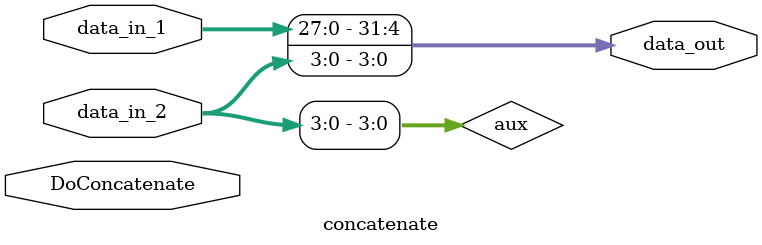
<source format=v>
module concatenate(
  input wire        DoConcatenate,
  input wire [27:0] data_in_1,
  input wire [31:0] data_in_2,

  output wire [31:0] data_out
);

  wire [3:0] aux;
  assign aux = data_in_2[3:0];

  assign data_out = {data_in_1, aux};

endmodule
</source>
